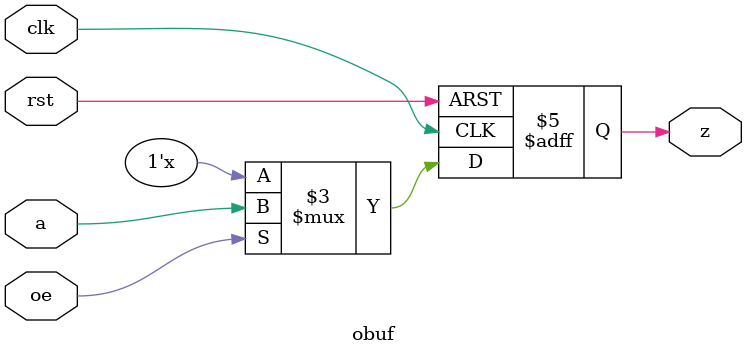
<source format=v>

`timescale 1ns / 1ps

module obuf (
    input  wire clk,
    input  wire rst,
    input  wire oe,
    input  wire a,
    output reg z
);
  always@(posedge clk or posedge rst) begin : proc_input_buffer
    if (rst) begin
      z <= 1'b0;
    end else begin
      if (oe) begin
        z <= a;
      end else begin
        z <= 1'bz;
      end
    end
  end

endmodule


</source>
